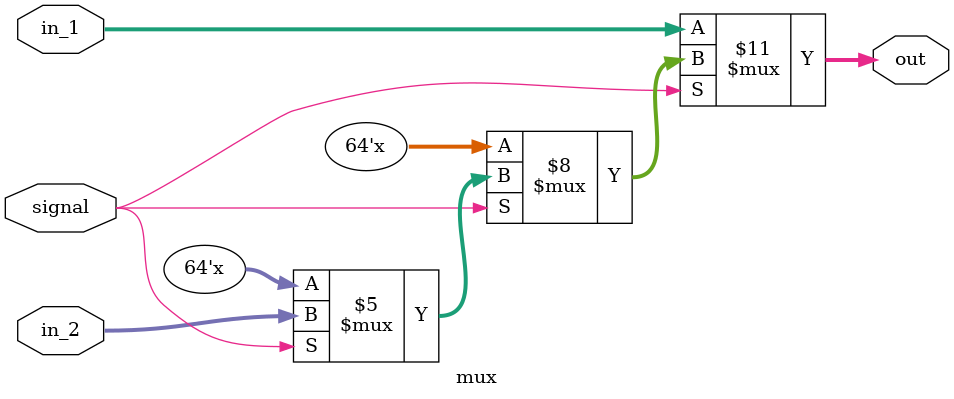
<source format=v>
`timescale 1ns / 1ps


module mux (in_1, in_2, out, signal);
    input [63:0] in_1, in_2;
    input signal;
    output reg [63:0] out;
    
    always @ *
    begin
        if (signal == 0)
        begin
            out = in_1;
        end
        else if (signal == 1)
        begin
            out = in_2;
        end
    
    end  
endmodule

</source>
